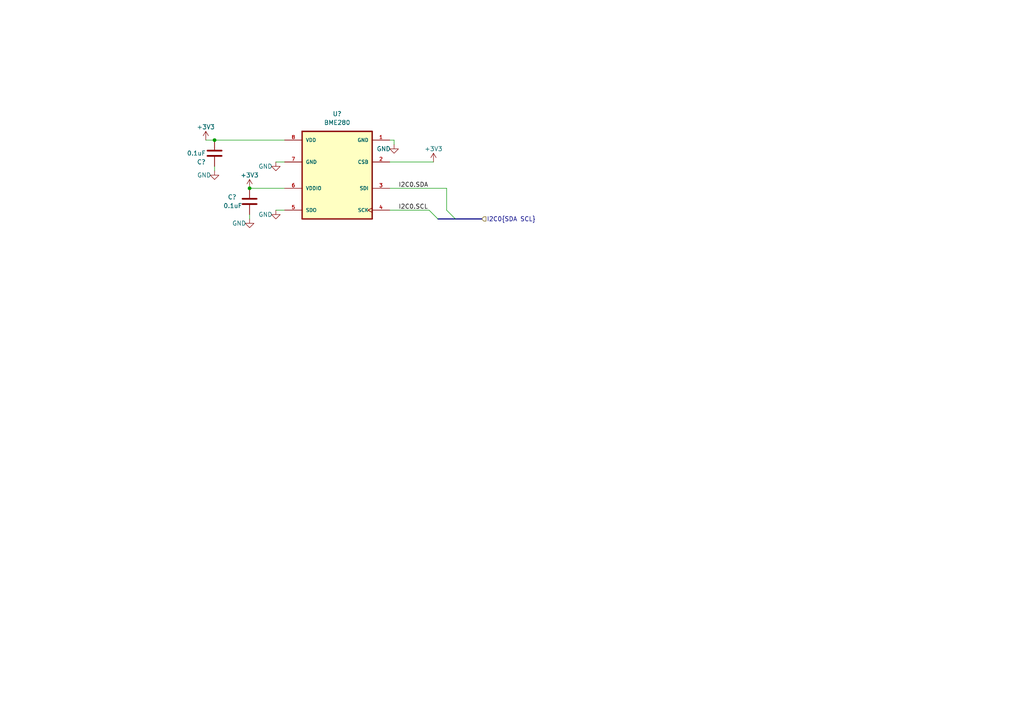
<source format=kicad_sch>
(kicad_sch (version 20211123) (generator eeschema)
  (paper "A4")
  (lib_symbols
    (symbol "BME280:BME280" (pin_names (offset 1.016))
      (property "Reference" "U?" (at 0 17.78 0))
      (property "Value" "BME280" (at 0 15.24 0))
      (symbol "BME280_0_0"
        (rectangle (start -10.16 -12.7) (end 10.16 12.7) (stroke (width 0.4064)) (fill (type background)))
        (pin power_in line (at 15.24 10.16 180) (length 5.08) (name "GND") (number "1"))
        (pin input line (at 15.24 3.81 180) (length 5.08) (name "CSB") (number "2"))
        (pin bidirectional line (at 15.24 -3.81 180) (length 5.08) (name "SDI") (number "3"))
        (pin input clock (at 15.24 -10.16 180) (length 5.08) (name "SCK") (number "4"))
        (pin bidirectional line (at -15.24 -10.16 0) (length 5.08) (name "SDO") (number "5"))
        (pin power_in line (at -15.24 -3.81 0) (length 5.08) (name "VDDIO") (number "6"))
        (pin power_in line (at -15.24 3.81 0) (length 5.08) (name "GND") (number "7"))
        (pin power_in line (at -15.24 10.16 0) (length 5.08) (name "VDD") (number "8"))
      )
    )
    (symbol "Device:C" (pin_numbers hide) (pin_names (offset 0.254))
      (property "Reference" "C" (at 0.635 2.54 0))
      (property "Value" "C" (at 0.635 -2.54 0))
      (symbol "C_0_1"
        (polyline (pts (xy -2.032 -0.762) (xy 2.032 -0.762)) (stroke (width 0.508)))
        (polyline (pts (xy -2.032 0.762) (xy 2.032 0.762)) (stroke (width 0.508)))
      )
      (symbol "C_1_1"
        (pin passive line (at 0 3.81 270) (length 2.794) (name "~") (number "1"))
        (pin passive line (at 0 -3.81 90) (length 2.794) (name "~") (number "2"))
      )
    )
    (symbol "power:+3V3" (power) (pin_names (offset 0))
      (property "Value" "+3V3" (at 0 3.556 0))
      (symbol "+3V3_0_1"
        (polyline (pts (xy -0.762 1.27) (xy 0 2.54)))
        (polyline (pts (xy 0 0) (xy 0 2.54)))
        (polyline (pts (xy 0 2.54) (xy 0.762 1.27)))
      )
      (symbol "+3V3_1_1"
        (pin power_in line (at 0 0 90) (length 0) hide (name "+3V3") (number "1"))
      )
    )
    (symbol "power:GND" (power) (pin_names (offset 0))
      (property "Value" "GND" (at 0 -3.81 0))
      (symbol "GND_0_1"
        (polyline (pts (xy 0 0) (xy 0 -1.27) (xy 1.27 -1.27) (xy 0 -2.54) (xy -1.27 -1.27) (xy 0 -1.27)))
      )
      (symbol "GND_1_1"
        (pin power_in line (at 0 0 270) (length 0) hide (name "GND") (number "1"))
      )
    )
  )
  (junction (at 62.23 40.64))
  (junction (at 72.39 54.61))
  (bus_entry (at 132.08 63.5) (size -2.54 -2.54))
  (bus_entry (at 127 63.5) (size -2.54 -2.54))
  (wire (pts (xy 113.03 46.99) (xy 125.73 46.99)))
  (wire (pts (xy 72.39 63.5) (xy 72.39 62.23)))
  (bus (pts (xy 139.7 63.5) (xy 132.08 63.5)))
  (wire (pts (xy 62.23 40.64) (xy 82.55 40.64)))
  (bus (pts (xy 132.08 63.5) (xy 127 63.5)))
  (wire (pts (xy 59.69 40.64) (xy 62.23 40.64)))
  (wire (pts (xy 113.03 60.96) (xy 124.46 60.96)))
  (wire (pts (xy 114.3 40.64) (xy 114.3 41.91)))
  (wire (pts (xy 82.55 60.96) (xy 80.01 60.96)))
  (wire (pts (xy 113.03 54.61) (xy 129.54 54.61)))
  (wire (pts (xy 113.03 40.64) (xy 114.3 40.64)))
  (wire (pts (xy 62.23 48.26) (xy 62.23 49.53)))
  (wire (pts (xy 72.39 54.61) (xy 82.55 54.61)))
  (wire (pts (xy 80.01 46.99) (xy 82.55 46.99)))
  (wire (pts (xy 129.54 54.61) (xy 129.54 60.96)))
  (label "I2C0.SDA" (at 115.57 54.61 0))
  (label "I2C0.SCL" (at 115.57 60.96 0))
  (hierarchical_label "I2C0{SDA SCL}" (shape input) (at 139.7 63.5 0))
  (symbol (lib_id "power:GND") (at 80.01 46.99 0) (unit 1)
    (property "Reference" "#PWR?" (effects hide))
    (property "Value" "GND" (at 74.93 48.26 0) (effects (justify left)))
  )
  (symbol (lib_id "BME280:BME280") (at 97.79 50.8 0) (unit 1)
    (property "Reference" "U?" (at 97.79 33.02 0))
    (property "Value" "BME280" (at 97.79 35.56 0))
    (property "Footprint" "footprints:PSON65P250X250X100-8N" (effects hide))
    (property "MF" "Bosch" (effects hide))
    (property "DESCRIPTION" "Integrated pressure, humidity and temperature sensor; 8-pin 2.5x2.5x0.93mm LGA" (effects hide))
    (property "PACKAGE" "LGA-8 Bosch" (effects hide))
    (property "PRICE" "4.94 USD" (effects hide))
    (property "STANDARD" "IPC-7351B" (effects hide))
    (property "MP" "BME280" (effects hide))
    (property "AVAILABILITY" "Good" (effects hide))
  )
  (symbol (lib_id "power:+3V3") (at 59.69 40.64 0) (unit 1)
    (property "Reference" "#PWR?" (effects hide))
    (property "Value" "+3V3" (at 59.69 36.83 0))
  )
  (symbol (lib_id "power:+3V3") (at 125.73 46.99 0) (unit 1)
    (property "Reference" "#PWR?" (effects hide))
    (property "Value" "+3V3" (at 125.73 43.18 0))
  )
  (symbol (lib_id "Device:C") (at 72.39 58.42 0) (unit 1)
    (property "Reference" "C?" (at 66.04 57.15 0) (effects (justify left)))
    (property "Value" "0.1uF" (at 64.77 59.6901 0) (effects (justify left)))
    (property "Footprint" "Capacitor_SMD:C_0603_1608Metric_Pad1.08x0.95mm_HandSolder" (effects hide))
    (property "Digikey" "https://www.digikey.com/short/3wn2fdb2" (effects hide))
    (property "Unit Price" "0.10" (effects hide))
  )
  (symbol (lib_id "power:GND") (at 80.01 60.96 0) (unit 1)
    (property "Reference" "#PWR?" (effects hide))
    (property "Value" "GND" (at 74.93 62.23 0) (effects (justify left)))
  )
  (symbol (lib_id "power:GND") (at 72.39 63.5 0) (unit 1)
    (property "Reference" "#PWR?" (effects hide))
    (property "Value" "GND" (at 67.31 64.77 0) (effects (justify left)))
  )
  (symbol (lib_id "power:+3V3") (at 72.39 54.61 0) (unit 1)
    (property "Reference" "#PWR?" (effects hide))
    (property "Value" "+3V3" (at 72.39 50.8 0))
  )
  (symbol (lib_id "power:GND") (at 62.23 49.53 0) (unit 1)
    (property "Reference" "#PWR?" (effects hide))
    (property "Value" "GND" (at 57.15 50.8 0) (effects (justify left)))
  )
  (symbol (lib_id "Device:C") (at 62.23 44.45 180) (unit 1)
    (property "Reference" "C?" (at 59.69 46.99 0) (effects (justify left)))
    (property "Value" "0.1uF" (at 59.69 44.45 0) (effects (justify left)))
    (property "Footprint" "Capacitor_SMD:C_0603_1608Metric_Pad1.08x0.95mm_HandSolder" (effects hide))
    (property "Digikey" "https://www.digikey.com/short/3wn2fdb2" (effects hide))
    (property "Unit Price" "0.10" (effects hide))
  )
  (symbol (lib_id "power:GND") (at 114.3 41.91 0) (unit 1)
    (property "Reference" "#PWR?" (effects hide))
    (property "Value" "GND" (at 109.22 43.18 0) (effects (justify left)))
  )
)
</source>
